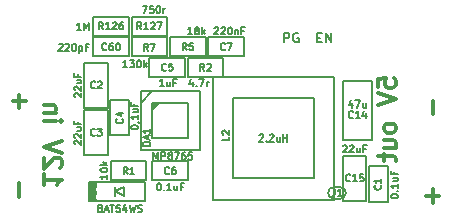
<source format=gto>
G04 #@! TF.GenerationSoftware,KiCad,Pcbnew,(5.1.5)-1*
G04 #@! TF.CreationDate,2020-06-06T10:03:48+02:00*
G04 #@! TF.ProjectId,MP8765,4d503837-3635-42e6-9b69-6361645f7063,rev?*
G04 #@! TF.SameCoordinates,PXe9a6740PY8f0d180*
G04 #@! TF.FileFunction,Legend,Top*
G04 #@! TF.FilePolarity,Positive*
%FSLAX45Y45*%
G04 Gerber Fmt 4.5, Leading zero omitted, Abs format (unit mm)*
G04 Created by KiCad (PCBNEW (5.1.5)-1) date 2020-06-06 10:03:48*
%MOMM*%
%LPD*%
G04 APERTURE LIST*
%ADD10C,0.150000*%
%ADD11C,0.300000*%
G04 APERTURE END LIST*
D10*
X-12000000Y9623810D02*
X-12000000Y9703810D01*
X-11969524Y9703810D01*
X-11961905Y9700000D01*
X-11958095Y9696191D01*
X-11954286Y9688572D01*
X-11954286Y9677143D01*
X-11958095Y9669524D01*
X-11961905Y9665714D01*
X-11969524Y9661905D01*
X-12000000Y9661905D01*
X-11878095Y9700000D02*
X-11885714Y9703810D01*
X-11897143Y9703810D01*
X-11908571Y9700000D01*
X-11916190Y9692381D01*
X-11920000Y9684762D01*
X-11923810Y9669524D01*
X-11923810Y9658095D01*
X-11920000Y9642857D01*
X-11916190Y9635238D01*
X-11908571Y9627619D01*
X-11897143Y9623810D01*
X-11889524Y9623810D01*
X-11878095Y9627619D01*
X-11874286Y9631429D01*
X-11874286Y9658095D01*
X-11889524Y9658095D01*
X-11718095Y9665714D02*
X-11691429Y9665714D01*
X-11680000Y9623810D02*
X-11718095Y9623810D01*
X-11718095Y9703810D01*
X-11680000Y9703810D01*
X-11645714Y9623810D02*
X-11645714Y9703810D01*
X-11600000Y9623810D01*
X-11600000Y9703810D01*
D11*
X-11202143Y9244286D02*
X-11202143Y9315714D01*
X-11130714Y9322857D01*
X-11137857Y9315714D01*
X-11145000Y9301429D01*
X-11145000Y9265714D01*
X-11137857Y9251429D01*
X-11130714Y9244286D01*
X-11116429Y9237143D01*
X-11080714Y9237143D01*
X-11066429Y9244286D01*
X-11059286Y9251429D01*
X-11052143Y9265714D01*
X-11052143Y9301429D01*
X-11059286Y9315714D01*
X-11066429Y9322857D01*
X-11202143Y9194286D02*
X-11052143Y9144286D01*
X-11202143Y9094286D01*
X-11052143Y8908572D02*
X-11059286Y8922857D01*
X-11066429Y8930000D01*
X-11080714Y8937143D01*
X-11123572Y8937143D01*
X-11137857Y8930000D01*
X-11145000Y8922857D01*
X-11152143Y8908572D01*
X-11152143Y8887143D01*
X-11145000Y8872857D01*
X-11137857Y8865714D01*
X-11123572Y8858572D01*
X-11080714Y8858572D01*
X-11066429Y8865714D01*
X-11059286Y8872857D01*
X-11052143Y8887143D01*
X-11052143Y8908572D01*
X-11152143Y8730000D02*
X-11052143Y8730000D01*
X-11152143Y8794286D02*
X-11073572Y8794286D01*
X-11059286Y8787143D01*
X-11052143Y8772857D01*
X-11052143Y8751429D01*
X-11059286Y8737143D01*
X-11066429Y8730000D01*
X-11152143Y8680000D02*
X-11152143Y8622857D01*
X-11202143Y8658572D02*
X-11073572Y8658572D01*
X-11059286Y8651429D01*
X-11052143Y8637143D01*
X-11052143Y8622857D01*
X-14027857Y8506429D02*
X-14027857Y8420714D01*
X-14027857Y8463572D02*
X-13877857Y8463572D01*
X-13899286Y8449286D01*
X-13913571Y8435000D01*
X-13920714Y8420714D01*
X-13892143Y8563572D02*
X-13885000Y8570714D01*
X-13877857Y8585000D01*
X-13877857Y8620714D01*
X-13885000Y8635000D01*
X-13892143Y8642143D01*
X-13906429Y8649286D01*
X-13920714Y8649286D01*
X-13942143Y8642143D01*
X-14027857Y8556429D01*
X-14027857Y8649286D01*
X-13877857Y8692143D02*
X-14027857Y8742143D01*
X-13877857Y8792143D01*
X-14027857Y8956429D02*
X-13927857Y8956429D01*
X-13877857Y8956429D02*
X-13885000Y8949286D01*
X-13892143Y8956429D01*
X-13885000Y8963572D01*
X-13877857Y8956429D01*
X-13892143Y8956429D01*
X-13927857Y9027857D02*
X-14027857Y9027857D01*
X-13942143Y9027857D02*
X-13935000Y9035000D01*
X-13927857Y9049286D01*
X-13927857Y9070714D01*
X-13935000Y9085000D01*
X-13949286Y9092143D01*
X-14027857Y9092143D01*
D10*
X-12812500Y8617500D02*
X-12812500Y8457500D01*
X-13112500Y8617500D02*
X-12812500Y8617500D01*
X-13112500Y8457500D02*
X-13112500Y8617500D01*
X-12812500Y8457500D02*
X-13112500Y8457500D01*
X-13487500Y9072500D02*
X-13687500Y9072500D01*
X-13487500Y9452500D02*
X-13487500Y9072500D01*
X-13687500Y9452500D02*
X-13487500Y9452500D01*
X-13687500Y9072500D02*
X-13687500Y9452500D01*
X-11500000Y8665000D02*
X-11300000Y8665000D01*
X-11500000Y8285000D02*
X-11500000Y8665000D01*
X-11300000Y8285000D02*
X-11500000Y8285000D01*
X-11300000Y8665000D02*
X-11300000Y8285000D01*
X-11575000Y8400000D02*
G75*
G03X-11575000Y8300000I0J-50000D01*
G01*
X-11525000Y8300000D02*
G75*
G03X-11525000Y8400000I0J50000D01*
G01*
X-11525000Y8400000D02*
X-11575000Y8400000D01*
X-11525000Y8300000D02*
X-11575000Y8300000D01*
X-11747500Y9152500D02*
X-11747500Y8472500D01*
X-12427500Y9152500D02*
X-11747500Y9152500D01*
X-12427500Y8472500D02*
X-12427500Y9152500D01*
X-11747500Y8472500D02*
X-12427500Y8472500D01*
X-13487500Y9052500D02*
X-13487500Y8672500D01*
X-13487500Y8672500D02*
X-13687500Y8672500D01*
X-13687500Y8672500D02*
X-13687500Y9052500D01*
X-13687500Y9052500D02*
X-13487500Y9052500D01*
X-13307500Y9137500D02*
X-13307500Y8837500D01*
X-13307500Y8837500D02*
X-13467500Y8837500D01*
X-13467500Y8837500D02*
X-13467500Y9137500D01*
X-13467500Y9137500D02*
X-13307500Y9137500D01*
X-12837500Y9332500D02*
X-13137500Y9332500D01*
X-13137500Y9332500D02*
X-13137500Y9492500D01*
X-13137500Y9492500D02*
X-12837500Y9492500D01*
X-12837500Y9492500D02*
X-12837500Y9332500D01*
X-12637500Y9507500D02*
X-12637500Y9667500D01*
X-12337500Y9507500D02*
X-12637500Y9507500D01*
X-12337500Y9667500D02*
X-12337500Y9507500D01*
X-12637500Y9667500D02*
X-12337500Y9667500D01*
X-13612500Y9667500D02*
X-13312500Y9667500D01*
X-13312500Y9667500D02*
X-13312500Y9507500D01*
X-13312500Y9507500D02*
X-13612500Y9507500D01*
X-13612500Y9507500D02*
X-13612500Y9667500D01*
X-11495000Y8800000D02*
X-11255000Y8800000D01*
X-11495000Y8800000D02*
X-11495000Y9300000D01*
X-11495000Y9300000D02*
X-11255000Y9300000D01*
X-11255000Y9300000D02*
X-11255000Y8800000D01*
X-11572500Y8292500D02*
X-12602500Y8292500D01*
X-12602500Y8292500D02*
X-12602500Y9332500D01*
X-12602500Y9332500D02*
X-11572500Y9332500D01*
X-11572500Y9332500D02*
X-11572500Y8292500D01*
X-13462500Y8457500D02*
X-13462500Y8537500D01*
X-13162500Y8457500D02*
X-13462500Y8457500D01*
X-13162500Y8617500D02*
X-13162500Y8457500D01*
X-13462500Y8617500D02*
X-13162500Y8617500D01*
X-13462500Y8537500D02*
X-13462500Y8617500D01*
X-12812500Y9412500D02*
X-12812500Y9492500D01*
X-12812500Y9492500D02*
X-12512500Y9492500D01*
X-12512500Y9492500D02*
X-12512500Y9332500D01*
X-12512500Y9332500D02*
X-12812500Y9332500D01*
X-12812500Y9332500D02*
X-12812500Y9412500D01*
X-12662500Y9667500D02*
X-12662500Y9587500D01*
X-12962500Y9667500D02*
X-12662500Y9667500D01*
X-12962500Y9507500D02*
X-12962500Y9667500D01*
X-12662500Y9507500D02*
X-12962500Y9507500D01*
X-12662500Y9587500D02*
X-12662500Y9507500D01*
X-13287500Y9587500D02*
X-13287500Y9667500D01*
X-13287500Y9667500D02*
X-12987500Y9667500D01*
X-12987500Y9667500D02*
X-12987500Y9507500D01*
X-12987500Y9507500D02*
X-13287500Y9507500D01*
X-13287500Y9507500D02*
X-13287500Y9587500D01*
X-13312500Y9762500D02*
X-13312500Y9682500D01*
X-13312500Y9682500D02*
X-13612500Y9682500D01*
X-13612500Y9682500D02*
X-13612500Y9842500D01*
X-13612500Y9842500D02*
X-13312500Y9842500D01*
X-13312500Y9842500D02*
X-13312500Y9762500D01*
X-13287500Y9682500D02*
X-13287500Y9762500D01*
X-12987500Y9682500D02*
X-13287500Y9682500D01*
X-12987500Y9842500D02*
X-12987500Y9682500D01*
X-13287500Y9842500D02*
X-12987500Y9842500D01*
X-13287500Y9762500D02*
X-13287500Y9842500D01*
X-13627500Y8442500D02*
X-13627500Y8282500D01*
X-13637500Y8282500D02*
X-13637500Y8442500D01*
X-13647500Y8442500D02*
X-13647500Y8282500D01*
X-13607210Y8439970D02*
X-13608480Y8285030D01*
X-13617500Y8442500D02*
X-13617500Y8282500D01*
X-13177500Y8442500D02*
X-13647500Y8442500D01*
X-13597500Y8442500D02*
X-13597500Y8282500D01*
X-13647500Y8282500D02*
X-13177500Y8282500D01*
X-13177500Y8282500D02*
X-13177500Y8442500D01*
X-13425600Y8324400D02*
X-13425600Y8400600D01*
X-13349400Y8362500D02*
X-13349400Y8400600D01*
X-13349400Y8400600D02*
X-13425600Y8362500D01*
X-13425600Y8362500D02*
X-13349400Y8324400D01*
X-13349400Y8324400D02*
X-13349400Y8362500D01*
X-11120000Y8575000D02*
X-11120000Y8275000D01*
X-11120000Y8275000D02*
X-11280000Y8275000D01*
X-11280000Y8275000D02*
X-11280000Y8575000D01*
X-11280000Y8575000D02*
X-11120000Y8575000D01*
X-13112500Y9112500D02*
X-12812500Y9112500D01*
X-13112500Y8812500D02*
X-13112500Y9112500D01*
X-12812500Y8812500D02*
X-13112500Y8812500D01*
X-12812500Y9112500D02*
X-12812500Y8812500D01*
X-13052500Y9112500D02*
X-13112500Y9052500D01*
X-13212500Y8712500D02*
X-13212500Y9212500D01*
X-12712500Y8712500D02*
X-13212500Y8712500D01*
X-12712500Y9212500D02*
X-12712500Y8712500D01*
X-13212500Y9212500D02*
X-12712500Y9212500D01*
X-13112500Y9212500D02*
X-13212500Y9112500D01*
X-13112500Y9092500D02*
X-13092500Y9112500D01*
X-13112500Y9072500D02*
X-13072500Y9112500D01*
X-12972500Y8516072D02*
X-12975357Y8513214D01*
X-12983929Y8510357D01*
X-12989643Y8510357D01*
X-12998214Y8513214D01*
X-13003929Y8518929D01*
X-13006786Y8524643D01*
X-13009643Y8536072D01*
X-13009643Y8544643D01*
X-13006786Y8556072D01*
X-13003929Y8561786D01*
X-12998214Y8567500D01*
X-12989643Y8570357D01*
X-12983929Y8570357D01*
X-12975357Y8567500D01*
X-12972500Y8564643D01*
X-12921071Y8570357D02*
X-12932500Y8570357D01*
X-12938214Y8567500D01*
X-12941071Y8564643D01*
X-12946786Y8556072D01*
X-12949643Y8544643D01*
X-12949643Y8521786D01*
X-12946786Y8516072D01*
X-12943929Y8513214D01*
X-12938214Y8510357D01*
X-12926786Y8510357D01*
X-12921071Y8513214D01*
X-12918214Y8516072D01*
X-12915357Y8521786D01*
X-12915357Y8536072D01*
X-12918214Y8541786D01*
X-12921071Y8544643D01*
X-12926786Y8547500D01*
X-12938214Y8547500D01*
X-12943929Y8544643D01*
X-12946786Y8541786D01*
X-12949643Y8536072D01*
X-13058571Y8432857D02*
X-13052857Y8432857D01*
X-13047143Y8430000D01*
X-13044286Y8427143D01*
X-13041429Y8421429D01*
X-13038571Y8410000D01*
X-13038571Y8395714D01*
X-13041429Y8384286D01*
X-13044286Y8378571D01*
X-13047143Y8375714D01*
X-13052857Y8372857D01*
X-13058571Y8372857D01*
X-13064286Y8375714D01*
X-13067143Y8378571D01*
X-13070000Y8384286D01*
X-13072857Y8395714D01*
X-13072857Y8410000D01*
X-13070000Y8421429D01*
X-13067143Y8427143D01*
X-13064286Y8430000D01*
X-13058571Y8432857D01*
X-13012857Y8378571D02*
X-13010000Y8375714D01*
X-13012857Y8372857D01*
X-13015714Y8375714D01*
X-13012857Y8378571D01*
X-13012857Y8372857D01*
X-12952857Y8372857D02*
X-12987143Y8372857D01*
X-12970000Y8372857D02*
X-12970000Y8432857D01*
X-12975714Y8424286D01*
X-12981429Y8418572D01*
X-12987143Y8415714D01*
X-12901429Y8412857D02*
X-12901429Y8372857D01*
X-12927143Y8412857D02*
X-12927143Y8381429D01*
X-12924286Y8375714D01*
X-12918571Y8372857D01*
X-12910000Y8372857D01*
X-12904286Y8375714D01*
X-12901429Y8378571D01*
X-12852857Y8404286D02*
X-12872857Y8404286D01*
X-12872857Y8372857D02*
X-12872857Y8432857D01*
X-12844286Y8432857D01*
X-13597500Y9241072D02*
X-13600357Y9238214D01*
X-13608929Y9235357D01*
X-13614643Y9235357D01*
X-13623214Y9238214D01*
X-13628929Y9243929D01*
X-13631786Y9249643D01*
X-13634643Y9261072D01*
X-13634643Y9269643D01*
X-13631786Y9281072D01*
X-13628929Y9286786D01*
X-13623214Y9292500D01*
X-13614643Y9295357D01*
X-13608929Y9295357D01*
X-13600357Y9292500D01*
X-13597500Y9289643D01*
X-13574643Y9289643D02*
X-13571786Y9292500D01*
X-13566071Y9295357D01*
X-13551786Y9295357D01*
X-13546071Y9292500D01*
X-13543214Y9289643D01*
X-13540357Y9283929D01*
X-13540357Y9278214D01*
X-13543214Y9269643D01*
X-13577500Y9235357D01*
X-13540357Y9235357D01*
X-13767143Y9161429D02*
X-13770000Y9164286D01*
X-13772857Y9170000D01*
X-13772857Y9184286D01*
X-13770000Y9190000D01*
X-13767143Y9192857D01*
X-13761429Y9195714D01*
X-13755714Y9195714D01*
X-13747143Y9192857D01*
X-13712857Y9158572D01*
X-13712857Y9195714D01*
X-13767143Y9218572D02*
X-13770000Y9221429D01*
X-13772857Y9227143D01*
X-13772857Y9241429D01*
X-13770000Y9247143D01*
X-13767143Y9250000D01*
X-13761429Y9252857D01*
X-13755714Y9252857D01*
X-13747143Y9250000D01*
X-13712857Y9215714D01*
X-13712857Y9252857D01*
X-13752857Y9304286D02*
X-13712857Y9304286D01*
X-13752857Y9278572D02*
X-13721429Y9278572D01*
X-13715714Y9281429D01*
X-13712857Y9287143D01*
X-13712857Y9295714D01*
X-13715714Y9301429D01*
X-13718571Y9304286D01*
X-13744286Y9352857D02*
X-13744286Y9332857D01*
X-13712857Y9332857D02*
X-13772857Y9332857D01*
X-13772857Y9361429D01*
X-11438571Y8453572D02*
X-11441429Y8450714D01*
X-11450000Y8447857D01*
X-11455714Y8447857D01*
X-11464286Y8450714D01*
X-11470000Y8456429D01*
X-11472857Y8462143D01*
X-11475714Y8473572D01*
X-11475714Y8482143D01*
X-11472857Y8493572D01*
X-11470000Y8499286D01*
X-11464286Y8505000D01*
X-11455714Y8507857D01*
X-11450000Y8507857D01*
X-11441429Y8505000D01*
X-11438571Y8502143D01*
X-11381429Y8447857D02*
X-11415714Y8447857D01*
X-11398571Y8447857D02*
X-11398571Y8507857D01*
X-11404286Y8499286D01*
X-11410000Y8493572D01*
X-11415714Y8490714D01*
X-11327143Y8507857D02*
X-11355714Y8507857D01*
X-11358571Y8479286D01*
X-11355714Y8482143D01*
X-11350000Y8485000D01*
X-11335714Y8485000D01*
X-11330000Y8482143D01*
X-11327143Y8479286D01*
X-11324286Y8473572D01*
X-11324286Y8459286D01*
X-11327143Y8453572D01*
X-11330000Y8450714D01*
X-11335714Y8447857D01*
X-11350000Y8447857D01*
X-11355714Y8450714D01*
X-11358571Y8453572D01*
X-11498571Y8747143D02*
X-11495714Y8750000D01*
X-11490000Y8752857D01*
X-11475714Y8752857D01*
X-11470000Y8750000D01*
X-11467143Y8747143D01*
X-11464286Y8741429D01*
X-11464286Y8735714D01*
X-11467143Y8727143D01*
X-11501429Y8692857D01*
X-11464286Y8692857D01*
X-11441429Y8747143D02*
X-11438571Y8750000D01*
X-11432857Y8752857D01*
X-11418571Y8752857D01*
X-11412857Y8750000D01*
X-11410000Y8747143D01*
X-11407143Y8741429D01*
X-11407143Y8735714D01*
X-11410000Y8727143D01*
X-11444286Y8692857D01*
X-11407143Y8692857D01*
X-11355714Y8732857D02*
X-11355714Y8692857D01*
X-11381429Y8732857D02*
X-11381429Y8701429D01*
X-11378571Y8695714D01*
X-11372857Y8692857D01*
X-11364286Y8692857D01*
X-11358571Y8695714D01*
X-11355714Y8698572D01*
X-11307143Y8724286D02*
X-11327143Y8724286D01*
X-11327143Y8692857D02*
X-11327143Y8752857D01*
X-11298571Y8752857D01*
X-11570000Y8382857D02*
X-11570000Y8340000D01*
X-11572857Y8331429D01*
X-11578571Y8325714D01*
X-11587143Y8322857D01*
X-11592857Y8322857D01*
X-11510000Y8322857D02*
X-11544286Y8322857D01*
X-11527143Y8322857D02*
X-11527143Y8382857D01*
X-11532857Y8374286D01*
X-11538571Y8368571D01*
X-11544286Y8365714D01*
X-13597500Y8841072D02*
X-13600357Y8838214D01*
X-13608929Y8835357D01*
X-13614643Y8835357D01*
X-13623214Y8838214D01*
X-13628929Y8843929D01*
X-13631786Y8849643D01*
X-13634643Y8861072D01*
X-13634643Y8869643D01*
X-13631786Y8881072D01*
X-13628929Y8886786D01*
X-13623214Y8892500D01*
X-13614643Y8895357D01*
X-13608929Y8895357D01*
X-13600357Y8892500D01*
X-13597500Y8889643D01*
X-13577500Y8895357D02*
X-13540357Y8895357D01*
X-13560357Y8872500D01*
X-13551786Y8872500D01*
X-13546071Y8869643D01*
X-13543214Y8866786D01*
X-13540357Y8861072D01*
X-13540357Y8846786D01*
X-13543214Y8841072D01*
X-13546071Y8838214D01*
X-13551786Y8835357D01*
X-13568929Y8835357D01*
X-13574643Y8838214D01*
X-13577500Y8841072D01*
X-13767143Y8761429D02*
X-13770000Y8764286D01*
X-13772857Y8770000D01*
X-13772857Y8784286D01*
X-13770000Y8790000D01*
X-13767143Y8792857D01*
X-13761429Y8795714D01*
X-13755714Y8795714D01*
X-13747143Y8792857D01*
X-13712857Y8758572D01*
X-13712857Y8795714D01*
X-13767143Y8818572D02*
X-13770000Y8821429D01*
X-13772857Y8827143D01*
X-13772857Y8841429D01*
X-13770000Y8847143D01*
X-13767143Y8850000D01*
X-13761429Y8852857D01*
X-13755714Y8852857D01*
X-13747143Y8850000D01*
X-13712857Y8815714D01*
X-13712857Y8852857D01*
X-13752857Y8904286D02*
X-13712857Y8904286D01*
X-13752857Y8878572D02*
X-13721429Y8878572D01*
X-13715714Y8881429D01*
X-13712857Y8887143D01*
X-13712857Y8895714D01*
X-13715714Y8901429D01*
X-13718571Y8904286D01*
X-13744286Y8952857D02*
X-13744286Y8932857D01*
X-13712857Y8932857D02*
X-13772857Y8932857D01*
X-13772857Y8961429D01*
X-13366071Y8977500D02*
X-13363214Y8974643D01*
X-13360357Y8966072D01*
X-13360357Y8960357D01*
X-13363214Y8951786D01*
X-13368929Y8946072D01*
X-13374643Y8943214D01*
X-13386071Y8940357D01*
X-13394643Y8940357D01*
X-13406071Y8943214D01*
X-13411786Y8946072D01*
X-13417500Y8951786D01*
X-13420357Y8960357D01*
X-13420357Y8966072D01*
X-13417500Y8974643D01*
X-13414643Y8977500D01*
X-13400357Y9028929D02*
X-13360357Y9028929D01*
X-13423214Y9014643D02*
X-13380357Y9000357D01*
X-13380357Y9037500D01*
X-13292857Y8901429D02*
X-13292857Y8907143D01*
X-13290000Y8912857D01*
X-13287143Y8915714D01*
X-13281429Y8918572D01*
X-13270000Y8921429D01*
X-13255714Y8921429D01*
X-13244286Y8918572D01*
X-13238571Y8915714D01*
X-13235714Y8912857D01*
X-13232857Y8907143D01*
X-13232857Y8901429D01*
X-13235714Y8895714D01*
X-13238571Y8892857D01*
X-13244286Y8890000D01*
X-13255714Y8887143D01*
X-13270000Y8887143D01*
X-13281429Y8890000D01*
X-13287143Y8892857D01*
X-13290000Y8895714D01*
X-13292857Y8901429D01*
X-13235714Y8950000D02*
X-13232857Y8950000D01*
X-13227143Y8947143D01*
X-13224286Y8944286D01*
X-13232857Y9007143D02*
X-13232857Y8972857D01*
X-13232857Y8990000D02*
X-13292857Y8990000D01*
X-13284286Y8984286D01*
X-13278571Y8978572D01*
X-13275714Y8972857D01*
X-13272857Y9058572D02*
X-13232857Y9058572D01*
X-13272857Y9032857D02*
X-13241429Y9032857D01*
X-13235714Y9035714D01*
X-13232857Y9041429D01*
X-13232857Y9050000D01*
X-13235714Y9055714D01*
X-13238571Y9058572D01*
X-13264286Y9107143D02*
X-13264286Y9087143D01*
X-13232857Y9087143D02*
X-13292857Y9087143D01*
X-13292857Y9115714D01*
X-12997500Y9391072D02*
X-13000357Y9388214D01*
X-13008929Y9385357D01*
X-13014643Y9385357D01*
X-13023214Y9388214D01*
X-13028929Y9393929D01*
X-13031786Y9399643D01*
X-13034643Y9411072D01*
X-13034643Y9419643D01*
X-13031786Y9431072D01*
X-13028929Y9436786D01*
X-13023214Y9442500D01*
X-13014643Y9445357D01*
X-13008929Y9445357D01*
X-13000357Y9442500D01*
X-12997500Y9439643D01*
X-12943214Y9445357D02*
X-12971786Y9445357D01*
X-12974643Y9416786D01*
X-12971786Y9419643D01*
X-12966071Y9422500D01*
X-12951786Y9422500D01*
X-12946071Y9419643D01*
X-12943214Y9416786D01*
X-12940357Y9411072D01*
X-12940357Y9396786D01*
X-12943214Y9391072D01*
X-12946071Y9388214D01*
X-12951786Y9385357D01*
X-12966071Y9385357D01*
X-12971786Y9388214D01*
X-12974643Y9391072D01*
X-13015714Y9252857D02*
X-13050000Y9252857D01*
X-13032857Y9252857D02*
X-13032857Y9312857D01*
X-13038571Y9304286D01*
X-13044286Y9298572D01*
X-13050000Y9295714D01*
X-12964286Y9292857D02*
X-12964286Y9252857D01*
X-12990000Y9292857D02*
X-12990000Y9261429D01*
X-12987143Y9255714D01*
X-12981429Y9252857D01*
X-12972857Y9252857D01*
X-12967143Y9255714D01*
X-12964286Y9258572D01*
X-12915714Y9284286D02*
X-12935714Y9284286D01*
X-12935714Y9252857D02*
X-12935714Y9312857D01*
X-12907143Y9312857D01*
X-12497500Y9566072D02*
X-12500357Y9563214D01*
X-12508929Y9560357D01*
X-12514643Y9560357D01*
X-12523214Y9563214D01*
X-12528929Y9568929D01*
X-12531786Y9574643D01*
X-12534643Y9586072D01*
X-12534643Y9594643D01*
X-12531786Y9606072D01*
X-12528929Y9611786D01*
X-12523214Y9617500D01*
X-12514643Y9620357D01*
X-12508929Y9620357D01*
X-12500357Y9617500D01*
X-12497500Y9614643D01*
X-12477500Y9620357D02*
X-12437500Y9620357D01*
X-12463214Y9560357D01*
X-12587143Y9747143D02*
X-12584286Y9750000D01*
X-12578571Y9752857D01*
X-12564286Y9752857D01*
X-12558571Y9750000D01*
X-12555714Y9747143D01*
X-12552857Y9741429D01*
X-12552857Y9735714D01*
X-12555714Y9727143D01*
X-12590000Y9692857D01*
X-12552857Y9692857D01*
X-12530000Y9747143D02*
X-12527143Y9750000D01*
X-12521429Y9752857D01*
X-12507143Y9752857D01*
X-12501429Y9750000D01*
X-12498571Y9747143D01*
X-12495714Y9741429D01*
X-12495714Y9735714D01*
X-12498571Y9727143D01*
X-12532857Y9692857D01*
X-12495714Y9692857D01*
X-12458571Y9752857D02*
X-12452857Y9752857D01*
X-12447143Y9750000D01*
X-12444286Y9747143D01*
X-12441429Y9741429D01*
X-12438571Y9730000D01*
X-12438571Y9715714D01*
X-12441429Y9704286D01*
X-12444286Y9698572D01*
X-12447143Y9695714D01*
X-12452857Y9692857D01*
X-12458571Y9692857D01*
X-12464286Y9695714D01*
X-12467143Y9698572D01*
X-12470000Y9704286D01*
X-12472857Y9715714D01*
X-12472857Y9730000D01*
X-12470000Y9741429D01*
X-12467143Y9747143D01*
X-12464286Y9750000D01*
X-12458571Y9752857D01*
X-12412857Y9732857D02*
X-12412857Y9692857D01*
X-12412857Y9727143D02*
X-12410000Y9730000D01*
X-12404286Y9732857D01*
X-12395714Y9732857D01*
X-12390000Y9730000D01*
X-12387143Y9724286D01*
X-12387143Y9692857D01*
X-12338571Y9724286D02*
X-12358571Y9724286D01*
X-12358571Y9692857D02*
X-12358571Y9752857D01*
X-12330000Y9752857D01*
X-13501071Y9566072D02*
X-13503929Y9563214D01*
X-13512500Y9560357D01*
X-13518214Y9560357D01*
X-13526786Y9563214D01*
X-13532500Y9568929D01*
X-13535357Y9574643D01*
X-13538214Y9586072D01*
X-13538214Y9594643D01*
X-13535357Y9606072D01*
X-13532500Y9611786D01*
X-13526786Y9617500D01*
X-13518214Y9620357D01*
X-13512500Y9620357D01*
X-13503929Y9617500D01*
X-13501071Y9614643D01*
X-13449643Y9620357D02*
X-13461071Y9620357D01*
X-13466786Y9617500D01*
X-13469643Y9614643D01*
X-13475357Y9606072D01*
X-13478214Y9594643D01*
X-13478214Y9571786D01*
X-13475357Y9566072D01*
X-13472500Y9563214D01*
X-13466786Y9560357D01*
X-13455357Y9560357D01*
X-13449643Y9563214D01*
X-13446786Y9566072D01*
X-13443929Y9571786D01*
X-13443929Y9586072D01*
X-13446786Y9591786D01*
X-13449643Y9594643D01*
X-13455357Y9597500D01*
X-13466786Y9597500D01*
X-13472500Y9594643D01*
X-13475357Y9591786D01*
X-13478214Y9586072D01*
X-13406786Y9620357D02*
X-13401071Y9620357D01*
X-13395357Y9617500D01*
X-13392500Y9614643D01*
X-13389643Y9608929D01*
X-13386786Y9597500D01*
X-13386786Y9583214D01*
X-13389643Y9571786D01*
X-13392500Y9566072D01*
X-13395357Y9563214D01*
X-13401071Y9560357D01*
X-13406786Y9560357D01*
X-13412500Y9563214D01*
X-13415357Y9566072D01*
X-13418214Y9571786D01*
X-13421071Y9583214D01*
X-13421071Y9597500D01*
X-13418214Y9608929D01*
X-13415357Y9614643D01*
X-13412500Y9617500D01*
X-13406786Y9620357D01*
X-13907143Y9607143D02*
X-13904286Y9610000D01*
X-13898571Y9612857D01*
X-13884286Y9612857D01*
X-13878571Y9610000D01*
X-13875714Y9607143D01*
X-13872857Y9601429D01*
X-13872857Y9595714D01*
X-13875714Y9587143D01*
X-13910000Y9552857D01*
X-13872857Y9552857D01*
X-13850000Y9607143D02*
X-13847143Y9610000D01*
X-13841429Y9612857D01*
X-13827143Y9612857D01*
X-13821429Y9610000D01*
X-13818571Y9607143D01*
X-13815714Y9601429D01*
X-13815714Y9595714D01*
X-13818571Y9587143D01*
X-13852857Y9552857D01*
X-13815714Y9552857D01*
X-13778571Y9612857D02*
X-13772857Y9612857D01*
X-13767143Y9610000D01*
X-13764286Y9607143D01*
X-13761429Y9601429D01*
X-13758571Y9590000D01*
X-13758571Y9575714D01*
X-13761429Y9564286D01*
X-13764286Y9558572D01*
X-13767143Y9555714D01*
X-13772857Y9552857D01*
X-13778571Y9552857D01*
X-13784286Y9555714D01*
X-13787143Y9558572D01*
X-13790000Y9564286D01*
X-13792857Y9575714D01*
X-13792857Y9590000D01*
X-13790000Y9601429D01*
X-13787143Y9607143D01*
X-13784286Y9610000D01*
X-13778571Y9612857D01*
X-13732857Y9592857D02*
X-13732857Y9532857D01*
X-13732857Y9590000D02*
X-13727143Y9592857D01*
X-13715714Y9592857D01*
X-13710000Y9590000D01*
X-13707143Y9587143D01*
X-13704286Y9581429D01*
X-13704286Y9564286D01*
X-13707143Y9558572D01*
X-13710000Y9555714D01*
X-13715714Y9552857D01*
X-13727143Y9552857D01*
X-13732857Y9555714D01*
X-13658571Y9584286D02*
X-13678571Y9584286D01*
X-13678571Y9552857D02*
X-13678571Y9612857D01*
X-13650000Y9612857D01*
X-11413571Y8988572D02*
X-11416429Y8985714D01*
X-11425000Y8982857D01*
X-11430714Y8982857D01*
X-11439286Y8985714D01*
X-11445000Y8991429D01*
X-11447857Y8997143D01*
X-11450714Y9008572D01*
X-11450714Y9017143D01*
X-11447857Y9028572D01*
X-11445000Y9034286D01*
X-11439286Y9040000D01*
X-11430714Y9042857D01*
X-11425000Y9042857D01*
X-11416429Y9040000D01*
X-11413571Y9037143D01*
X-11356429Y8982857D02*
X-11390714Y8982857D01*
X-11373571Y8982857D02*
X-11373571Y9042857D01*
X-11379286Y9034286D01*
X-11385000Y9028572D01*
X-11390714Y9025714D01*
X-11305000Y9022857D02*
X-11305000Y8982857D01*
X-11319286Y9045714D02*
X-11333571Y9002857D01*
X-11296429Y9002857D01*
X-11419286Y9112857D02*
X-11419286Y9072857D01*
X-11433571Y9135714D02*
X-11447857Y9092857D01*
X-11410714Y9092857D01*
X-11393571Y9132857D02*
X-11353571Y9132857D01*
X-11379286Y9072857D01*
X-11305000Y9112857D02*
X-11305000Y9072857D01*
X-11330714Y9112857D02*
X-11330714Y9081429D01*
X-11327857Y9075714D01*
X-11322143Y9072857D01*
X-11313571Y9072857D01*
X-11307857Y9075714D01*
X-11305000Y9078572D01*
X-12460357Y8827500D02*
X-12460357Y8798929D01*
X-12520357Y8798929D01*
X-12514643Y8844643D02*
X-12517500Y8847500D01*
X-12520357Y8853214D01*
X-12520357Y8867500D01*
X-12517500Y8873214D01*
X-12514643Y8876072D01*
X-12508929Y8878929D01*
X-12503214Y8878929D01*
X-12494643Y8876072D01*
X-12460357Y8841786D01*
X-12460357Y8878929D01*
X-12206071Y8839643D02*
X-12203214Y8842500D01*
X-12197500Y8845357D01*
X-12183214Y8845357D01*
X-12177500Y8842500D01*
X-12174643Y8839643D01*
X-12171786Y8833929D01*
X-12171786Y8828214D01*
X-12174643Y8819643D01*
X-12208929Y8785357D01*
X-12171786Y8785357D01*
X-12146071Y8791072D02*
X-12143214Y8788214D01*
X-12146071Y8785357D01*
X-12148929Y8788214D01*
X-12146071Y8791072D01*
X-12146071Y8785357D01*
X-12120357Y8839643D02*
X-12117500Y8842500D01*
X-12111786Y8845357D01*
X-12097500Y8845357D01*
X-12091786Y8842500D01*
X-12088929Y8839643D01*
X-12086071Y8833929D01*
X-12086071Y8828214D01*
X-12088929Y8819643D01*
X-12123214Y8785357D01*
X-12086071Y8785357D01*
X-12034643Y8825357D02*
X-12034643Y8785357D01*
X-12060357Y8825357D02*
X-12060357Y8793929D01*
X-12057500Y8788214D01*
X-12051786Y8785357D01*
X-12043214Y8785357D01*
X-12037500Y8788214D01*
X-12034643Y8791072D01*
X-12006071Y8785357D02*
X-12006071Y8845357D01*
X-12006071Y8816786D02*
X-11971786Y8816786D01*
X-11971786Y8785357D02*
X-11971786Y8845357D01*
X-13322500Y8510357D02*
X-13342500Y8538929D01*
X-13356786Y8510357D02*
X-13356786Y8570357D01*
X-13333929Y8570357D01*
X-13328214Y8567500D01*
X-13325357Y8564643D01*
X-13322500Y8558929D01*
X-13322500Y8550357D01*
X-13325357Y8544643D01*
X-13328214Y8541786D01*
X-13333929Y8538929D01*
X-13356786Y8538929D01*
X-13265357Y8510357D02*
X-13299643Y8510357D01*
X-13282500Y8510357D02*
X-13282500Y8570357D01*
X-13288214Y8561786D01*
X-13293929Y8556072D01*
X-13299643Y8553214D01*
X-13492857Y8504286D02*
X-13492857Y8470000D01*
X-13492857Y8487143D02*
X-13552857Y8487143D01*
X-13544286Y8481429D01*
X-13538571Y8475714D01*
X-13535714Y8470000D01*
X-13552857Y8541429D02*
X-13552857Y8547143D01*
X-13550000Y8552857D01*
X-13547143Y8555714D01*
X-13541429Y8558572D01*
X-13530000Y8561429D01*
X-13515714Y8561429D01*
X-13504286Y8558572D01*
X-13498571Y8555714D01*
X-13495714Y8552857D01*
X-13492857Y8547143D01*
X-13492857Y8541429D01*
X-13495714Y8535714D01*
X-13498571Y8532857D01*
X-13504286Y8530000D01*
X-13515714Y8527143D01*
X-13530000Y8527143D01*
X-13541429Y8530000D01*
X-13547143Y8532857D01*
X-13550000Y8535714D01*
X-13552857Y8541429D01*
X-13492857Y8587143D02*
X-13552857Y8587143D01*
X-13515714Y8592857D02*
X-13492857Y8610000D01*
X-13532857Y8610000D02*
X-13510000Y8587143D01*
X-12672500Y9385357D02*
X-12692500Y9413929D01*
X-12706786Y9385357D02*
X-12706786Y9445357D01*
X-12683929Y9445357D01*
X-12678214Y9442500D01*
X-12675357Y9439643D01*
X-12672500Y9433929D01*
X-12672500Y9425357D01*
X-12675357Y9419643D01*
X-12678214Y9416786D01*
X-12683929Y9413929D01*
X-12706786Y9413929D01*
X-12649643Y9439643D02*
X-12646786Y9442500D01*
X-12641071Y9445357D01*
X-12626786Y9445357D01*
X-12621071Y9442500D01*
X-12618214Y9439643D01*
X-12615357Y9433929D01*
X-12615357Y9428214D01*
X-12618214Y9419643D01*
X-12652500Y9385357D01*
X-12615357Y9385357D01*
X-12770000Y9292857D02*
X-12770000Y9252857D01*
X-12784286Y9315714D02*
X-12798571Y9272857D01*
X-12761429Y9272857D01*
X-12738571Y9258572D02*
X-12735714Y9255714D01*
X-12738571Y9252857D01*
X-12741429Y9255714D01*
X-12738571Y9258572D01*
X-12738571Y9252857D01*
X-12715714Y9312857D02*
X-12675714Y9312857D01*
X-12701429Y9252857D01*
X-12652857Y9252857D02*
X-12652857Y9292857D01*
X-12652857Y9281429D02*
X-12650000Y9287143D01*
X-12647143Y9290000D01*
X-12641429Y9292857D01*
X-12635714Y9292857D01*
X-12822500Y9560357D02*
X-12842500Y9588929D01*
X-12856786Y9560357D02*
X-12856786Y9620357D01*
X-12833929Y9620357D01*
X-12828214Y9617500D01*
X-12825357Y9614643D01*
X-12822500Y9608929D01*
X-12822500Y9600357D01*
X-12825357Y9594643D01*
X-12828214Y9591786D01*
X-12833929Y9588929D01*
X-12856786Y9588929D01*
X-12768214Y9620357D02*
X-12796786Y9620357D01*
X-12799643Y9591786D01*
X-12796786Y9594643D01*
X-12791071Y9597500D01*
X-12776786Y9597500D01*
X-12771071Y9594643D01*
X-12768214Y9591786D01*
X-12765357Y9586072D01*
X-12765357Y9571786D01*
X-12768214Y9566072D01*
X-12771071Y9563214D01*
X-12776786Y9560357D01*
X-12791071Y9560357D01*
X-12796786Y9563214D01*
X-12799643Y9566072D01*
X-12775714Y9692857D02*
X-12810000Y9692857D01*
X-12792857Y9692857D02*
X-12792857Y9752857D01*
X-12798571Y9744286D01*
X-12804286Y9738572D01*
X-12810000Y9735714D01*
X-12741429Y9727143D02*
X-12747143Y9730000D01*
X-12750000Y9732857D01*
X-12752857Y9738572D01*
X-12752857Y9741429D01*
X-12750000Y9747143D01*
X-12747143Y9750000D01*
X-12741429Y9752857D01*
X-12730000Y9752857D01*
X-12724286Y9750000D01*
X-12721429Y9747143D01*
X-12718571Y9741429D01*
X-12718571Y9738572D01*
X-12721429Y9732857D01*
X-12724286Y9730000D01*
X-12730000Y9727143D01*
X-12741429Y9727143D01*
X-12747143Y9724286D01*
X-12750000Y9721429D01*
X-12752857Y9715714D01*
X-12752857Y9704286D01*
X-12750000Y9698572D01*
X-12747143Y9695714D01*
X-12741429Y9692857D01*
X-12730000Y9692857D01*
X-12724286Y9695714D01*
X-12721429Y9698572D01*
X-12718571Y9704286D01*
X-12718571Y9715714D01*
X-12721429Y9721429D01*
X-12724286Y9724286D01*
X-12730000Y9727143D01*
X-12692857Y9692857D02*
X-12692857Y9752857D01*
X-12687143Y9715714D02*
X-12670000Y9692857D01*
X-12670000Y9732857D02*
X-12692857Y9710000D01*
X-13150000Y9552857D02*
X-13170000Y9581429D01*
X-13184286Y9552857D02*
X-13184286Y9612857D01*
X-13161429Y9612857D01*
X-13155714Y9610000D01*
X-13152857Y9607143D01*
X-13150000Y9601429D01*
X-13150000Y9592857D01*
X-13152857Y9587143D01*
X-13155714Y9584286D01*
X-13161429Y9581429D01*
X-13184286Y9581429D01*
X-13130000Y9612857D02*
X-13090000Y9612857D01*
X-13115714Y9552857D01*
X-13324286Y9412857D02*
X-13358571Y9412857D01*
X-13341429Y9412857D02*
X-13341429Y9472857D01*
X-13347143Y9464286D01*
X-13352857Y9458572D01*
X-13358571Y9455714D01*
X-13304286Y9472857D02*
X-13267143Y9472857D01*
X-13287143Y9450000D01*
X-13278571Y9450000D01*
X-13272857Y9447143D01*
X-13270000Y9444286D01*
X-13267143Y9438572D01*
X-13267143Y9424286D01*
X-13270000Y9418572D01*
X-13272857Y9415714D01*
X-13278571Y9412857D01*
X-13295714Y9412857D01*
X-13301429Y9415714D01*
X-13304286Y9418572D01*
X-13230000Y9472857D02*
X-13224286Y9472857D01*
X-13218571Y9470000D01*
X-13215714Y9467143D01*
X-13212857Y9461429D01*
X-13210000Y9450000D01*
X-13210000Y9435714D01*
X-13212857Y9424286D01*
X-13215714Y9418572D01*
X-13218571Y9415714D01*
X-13224286Y9412857D01*
X-13230000Y9412857D01*
X-13235714Y9415714D01*
X-13238571Y9418572D01*
X-13241429Y9424286D01*
X-13244286Y9435714D01*
X-13244286Y9450000D01*
X-13241429Y9461429D01*
X-13238571Y9467143D01*
X-13235714Y9470000D01*
X-13230000Y9472857D01*
X-13184286Y9412857D02*
X-13184286Y9472857D01*
X-13178571Y9435714D02*
X-13161429Y9412857D01*
X-13161429Y9452857D02*
X-13184286Y9430000D01*
X-13529643Y9735357D02*
X-13549643Y9763929D01*
X-13563929Y9735357D02*
X-13563929Y9795357D01*
X-13541071Y9795357D01*
X-13535357Y9792500D01*
X-13532500Y9789643D01*
X-13529643Y9783929D01*
X-13529643Y9775357D01*
X-13532500Y9769643D01*
X-13535357Y9766786D01*
X-13541071Y9763929D01*
X-13563929Y9763929D01*
X-13472500Y9735357D02*
X-13506786Y9735357D01*
X-13489643Y9735357D02*
X-13489643Y9795357D01*
X-13495357Y9786786D01*
X-13501071Y9781072D01*
X-13506786Y9778214D01*
X-13449643Y9789643D02*
X-13446786Y9792500D01*
X-13441071Y9795357D01*
X-13426786Y9795357D01*
X-13421071Y9792500D01*
X-13418214Y9789643D01*
X-13415357Y9783929D01*
X-13415357Y9778214D01*
X-13418214Y9769643D01*
X-13452500Y9735357D01*
X-13415357Y9735357D01*
X-13363929Y9795357D02*
X-13375357Y9795357D01*
X-13381071Y9792500D01*
X-13383929Y9789643D01*
X-13389643Y9781072D01*
X-13392500Y9769643D01*
X-13392500Y9746786D01*
X-13389643Y9741072D01*
X-13386786Y9738214D01*
X-13381071Y9735357D01*
X-13369643Y9735357D01*
X-13363929Y9738214D01*
X-13361071Y9741072D01*
X-13358214Y9746786D01*
X-13358214Y9761072D01*
X-13361071Y9766786D01*
X-13363929Y9769643D01*
X-13369643Y9772500D01*
X-13381071Y9772500D01*
X-13386786Y9769643D01*
X-13389643Y9766786D01*
X-13392500Y9761072D01*
X-13717143Y9732857D02*
X-13751429Y9732857D01*
X-13734286Y9732857D02*
X-13734286Y9792857D01*
X-13740000Y9784286D01*
X-13745714Y9778572D01*
X-13751429Y9775714D01*
X-13691429Y9732857D02*
X-13691429Y9792857D01*
X-13671429Y9750000D01*
X-13651429Y9792857D01*
X-13651429Y9732857D01*
X-13204643Y9735357D02*
X-13224643Y9763929D01*
X-13238929Y9735357D02*
X-13238929Y9795357D01*
X-13216071Y9795357D01*
X-13210357Y9792500D01*
X-13207500Y9789643D01*
X-13204643Y9783929D01*
X-13204643Y9775357D01*
X-13207500Y9769643D01*
X-13210357Y9766786D01*
X-13216071Y9763929D01*
X-13238929Y9763929D01*
X-13147500Y9735357D02*
X-13181786Y9735357D01*
X-13164643Y9735357D02*
X-13164643Y9795357D01*
X-13170357Y9786786D01*
X-13176071Y9781072D01*
X-13181786Y9778214D01*
X-13124643Y9789643D02*
X-13121786Y9792500D01*
X-13116071Y9795357D01*
X-13101786Y9795357D01*
X-13096071Y9792500D01*
X-13093214Y9789643D01*
X-13090357Y9783929D01*
X-13090357Y9778214D01*
X-13093214Y9769643D01*
X-13127500Y9735357D01*
X-13090357Y9735357D01*
X-13070357Y9795357D02*
X-13030357Y9795357D01*
X-13056071Y9735357D01*
X-13195714Y9932857D02*
X-13155714Y9932857D01*
X-13181429Y9872857D01*
X-13104286Y9932857D02*
X-13132857Y9932857D01*
X-13135714Y9904286D01*
X-13132857Y9907143D01*
X-13127143Y9910000D01*
X-13112857Y9910000D01*
X-13107143Y9907143D01*
X-13104286Y9904286D01*
X-13101429Y9898572D01*
X-13101429Y9884286D01*
X-13104286Y9878572D01*
X-13107143Y9875714D01*
X-13112857Y9872857D01*
X-13127143Y9872857D01*
X-13132857Y9875714D01*
X-13135714Y9878572D01*
X-13064286Y9932857D02*
X-13058571Y9932857D01*
X-13052857Y9930000D01*
X-13050000Y9927143D01*
X-13047143Y9921429D01*
X-13044286Y9910000D01*
X-13044286Y9895714D01*
X-13047143Y9884286D01*
X-13050000Y9878572D01*
X-13052857Y9875714D01*
X-13058571Y9872857D01*
X-13064286Y9872857D01*
X-13070000Y9875714D01*
X-13072857Y9878572D01*
X-13075714Y9884286D01*
X-13078571Y9895714D01*
X-13078571Y9910000D01*
X-13075714Y9921429D01*
X-13072857Y9927143D01*
X-13070000Y9930000D01*
X-13064286Y9932857D01*
X-13018571Y9872857D02*
X-13018571Y9912857D01*
X-13018571Y9901429D02*
X-13015714Y9907143D01*
X-13012857Y9910000D01*
X-13007143Y9912857D01*
X-13001429Y9912857D01*
X-13652857Y8281429D02*
X-13592857Y8301429D01*
X-13652857Y8321429D01*
X-13592857Y8341429D02*
X-13652857Y8341429D01*
X-13652857Y8355714D01*
X-13650000Y8364286D01*
X-13644286Y8370000D01*
X-13638571Y8372857D01*
X-13627143Y8375714D01*
X-13618571Y8375714D01*
X-13607143Y8372857D01*
X-13601429Y8370000D01*
X-13595714Y8364286D01*
X-13592857Y8355714D01*
X-13592857Y8341429D01*
X-13592857Y8432857D02*
X-13592857Y8398572D01*
X-13592857Y8415714D02*
X-13652857Y8415714D01*
X-13644286Y8410000D01*
X-13638571Y8404286D01*
X-13635714Y8398572D01*
X-13551786Y8220736D02*
X-13543214Y8217879D01*
X-13540357Y8215021D01*
X-13537500Y8209307D01*
X-13537500Y8200736D01*
X-13540357Y8195021D01*
X-13543214Y8192164D01*
X-13548929Y8189307D01*
X-13571786Y8189307D01*
X-13571786Y8249307D01*
X-13551786Y8249307D01*
X-13546071Y8246450D01*
X-13543214Y8243593D01*
X-13540357Y8237879D01*
X-13540357Y8232164D01*
X-13543214Y8226450D01*
X-13546071Y8223593D01*
X-13551786Y8220736D01*
X-13571786Y8220736D01*
X-13514643Y8206450D02*
X-13486071Y8206450D01*
X-13520357Y8189307D02*
X-13500357Y8249307D01*
X-13480357Y8189307D01*
X-13468929Y8249307D02*
X-13434643Y8249307D01*
X-13451786Y8189307D02*
X-13451786Y8249307D01*
X-13386071Y8249307D02*
X-13414643Y8249307D01*
X-13417500Y8220736D01*
X-13414643Y8223593D01*
X-13408929Y8226450D01*
X-13394643Y8226450D01*
X-13388929Y8223593D01*
X-13386071Y8220736D01*
X-13383214Y8215021D01*
X-13383214Y8200736D01*
X-13386071Y8195021D01*
X-13388929Y8192164D01*
X-13394643Y8189307D01*
X-13408929Y8189307D01*
X-13414643Y8192164D01*
X-13417500Y8195021D01*
X-13331786Y8229307D02*
X-13331786Y8189307D01*
X-13346071Y8252164D02*
X-13360357Y8209307D01*
X-13323214Y8209307D01*
X-13306071Y8249307D02*
X-13291786Y8189307D01*
X-13280357Y8232164D01*
X-13268929Y8189307D01*
X-13254643Y8249307D01*
X-13234643Y8192164D02*
X-13226071Y8189307D01*
X-13211786Y8189307D01*
X-13206071Y8192164D01*
X-13203214Y8195021D01*
X-13200357Y8200736D01*
X-13200357Y8206450D01*
X-13203214Y8212164D01*
X-13206071Y8215021D01*
X-13211786Y8217879D01*
X-13223214Y8220736D01*
X-13228929Y8223593D01*
X-13231786Y8226450D01*
X-13234643Y8232164D01*
X-13234643Y8237879D01*
X-13231786Y8243593D01*
X-13228929Y8246450D01*
X-13223214Y8249307D01*
X-13208929Y8249307D01*
X-13200357Y8246450D01*
D11*
X-14239286Y8317857D02*
X-14239286Y8432143D01*
X-14239286Y9067857D02*
X-14239286Y9182143D01*
X-14182143Y9125000D02*
X-14296429Y9125000D01*
X-10739286Y8267857D02*
X-10739286Y8382143D01*
X-10682143Y8325000D02*
X-10796429Y8325000D01*
X-10739286Y9017857D02*
X-10739286Y9132143D01*
D10*
X-11178572Y8415000D02*
X-11175714Y8412143D01*
X-11172857Y8403572D01*
X-11172857Y8397857D01*
X-11175714Y8389286D01*
X-11181429Y8383571D01*
X-11187143Y8380714D01*
X-11198571Y8377857D01*
X-11207143Y8377857D01*
X-11218571Y8380714D01*
X-11224286Y8383571D01*
X-11230000Y8389286D01*
X-11232857Y8397857D01*
X-11232857Y8403572D01*
X-11230000Y8412143D01*
X-11227143Y8415000D01*
X-11172857Y8472143D02*
X-11172857Y8437857D01*
X-11172857Y8455000D02*
X-11232857Y8455000D01*
X-11224286Y8449286D01*
X-11218571Y8443572D01*
X-11215714Y8437857D01*
X-11092857Y8321429D02*
X-11092857Y8327143D01*
X-11090000Y8332857D01*
X-11087143Y8335714D01*
X-11081429Y8338571D01*
X-11070000Y8341429D01*
X-11055714Y8341429D01*
X-11044286Y8338571D01*
X-11038572Y8335714D01*
X-11035714Y8332857D01*
X-11032857Y8327143D01*
X-11032857Y8321429D01*
X-11035714Y8315714D01*
X-11038572Y8312857D01*
X-11044286Y8310000D01*
X-11055714Y8307143D01*
X-11070000Y8307143D01*
X-11081429Y8310000D01*
X-11087143Y8312857D01*
X-11090000Y8315714D01*
X-11092857Y8321429D01*
X-11038572Y8367143D02*
X-11035714Y8370000D01*
X-11032857Y8367143D01*
X-11035714Y8364286D01*
X-11038572Y8367143D01*
X-11032857Y8367143D01*
X-11032857Y8427143D02*
X-11032857Y8392857D01*
X-11032857Y8410000D02*
X-11092857Y8410000D01*
X-11084286Y8404286D01*
X-11078572Y8398572D01*
X-11075714Y8392857D01*
X-11072857Y8478572D02*
X-11032857Y8478572D01*
X-11072857Y8452857D02*
X-11041429Y8452857D01*
X-11035714Y8455714D01*
X-11032857Y8461429D01*
X-11032857Y8470000D01*
X-11035714Y8475714D01*
X-11038572Y8478572D01*
X-11064286Y8527143D02*
X-11064286Y8507143D01*
X-11032857Y8507143D02*
X-11092857Y8507143D01*
X-11092857Y8535714D01*
X-13132857Y8750000D02*
X-13192857Y8750000D01*
X-13192857Y8764286D01*
X-13190000Y8772857D01*
X-13184286Y8778572D01*
X-13178571Y8781429D01*
X-13167143Y8784286D01*
X-13158571Y8784286D01*
X-13147143Y8781429D01*
X-13141429Y8778572D01*
X-13135714Y8772857D01*
X-13132857Y8764286D01*
X-13132857Y8750000D01*
X-13150000Y8807143D02*
X-13150000Y8835714D01*
X-13132857Y8801429D02*
X-13192857Y8821429D01*
X-13132857Y8841429D01*
X-13132857Y8892857D02*
X-13132857Y8858572D01*
X-13132857Y8875714D02*
X-13192857Y8875714D01*
X-13184286Y8870000D01*
X-13178571Y8864286D01*
X-13175714Y8858572D01*
X-13104286Y8632857D02*
X-13104286Y8692857D01*
X-13084286Y8650000D01*
X-13064286Y8692857D01*
X-13064286Y8632857D01*
X-13035714Y8632857D02*
X-13035714Y8692857D01*
X-13012857Y8692857D01*
X-13007143Y8690000D01*
X-13004286Y8687143D01*
X-13001429Y8681429D01*
X-13001429Y8672857D01*
X-13004286Y8667143D01*
X-13007143Y8664286D01*
X-13012857Y8661429D01*
X-13035714Y8661429D01*
X-12967143Y8667143D02*
X-12972857Y8670000D01*
X-12975714Y8672857D01*
X-12978571Y8678572D01*
X-12978571Y8681429D01*
X-12975714Y8687143D01*
X-12972857Y8690000D01*
X-12967143Y8692857D01*
X-12955714Y8692857D01*
X-12950000Y8690000D01*
X-12947143Y8687143D01*
X-12944286Y8681429D01*
X-12944286Y8678572D01*
X-12947143Y8672857D01*
X-12950000Y8670000D01*
X-12955714Y8667143D01*
X-12967143Y8667143D01*
X-12972857Y8664286D01*
X-12975714Y8661429D01*
X-12978571Y8655714D01*
X-12978571Y8644286D01*
X-12975714Y8638572D01*
X-12972857Y8635714D01*
X-12967143Y8632857D01*
X-12955714Y8632857D01*
X-12950000Y8635714D01*
X-12947143Y8638572D01*
X-12944286Y8644286D01*
X-12944286Y8655714D01*
X-12947143Y8661429D01*
X-12950000Y8664286D01*
X-12955714Y8667143D01*
X-12924286Y8692857D02*
X-12884286Y8692857D01*
X-12910000Y8632857D01*
X-12835714Y8692857D02*
X-12847143Y8692857D01*
X-12852857Y8690000D01*
X-12855714Y8687143D01*
X-12861429Y8678572D01*
X-12864286Y8667143D01*
X-12864286Y8644286D01*
X-12861429Y8638572D01*
X-12858571Y8635714D01*
X-12852857Y8632857D01*
X-12841429Y8632857D01*
X-12835714Y8635714D01*
X-12832857Y8638572D01*
X-12830000Y8644286D01*
X-12830000Y8658572D01*
X-12832857Y8664286D01*
X-12835714Y8667143D01*
X-12841429Y8670000D01*
X-12852857Y8670000D01*
X-12858571Y8667143D01*
X-12861429Y8664286D01*
X-12864286Y8658572D01*
X-12775714Y8692857D02*
X-12804286Y8692857D01*
X-12807143Y8664286D01*
X-12804286Y8667143D01*
X-12798571Y8670000D01*
X-12784286Y8670000D01*
X-12778571Y8667143D01*
X-12775714Y8664286D01*
X-12772857Y8658572D01*
X-12772857Y8644286D01*
X-12775714Y8638572D01*
X-12778571Y8635714D01*
X-12784286Y8632857D01*
X-12798571Y8632857D01*
X-12804286Y8635714D01*
X-12807143Y8638572D01*
M02*

</source>
